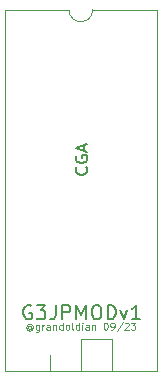
<source format=gbr>
%TF.GenerationSoftware,KiCad,Pcbnew,7.0.6*%
%TF.CreationDate,2023-09-03T23:35:14+01:00*%
%TF.ProjectId,TRSG3JPMod,54525347-334a-4504-9d6f-642e6b696361,rev?*%
%TF.SameCoordinates,Original*%
%TF.FileFunction,Legend,Top*%
%TF.FilePolarity,Positive*%
%FSLAX46Y46*%
G04 Gerber Fmt 4.6, Leading zero omitted, Abs format (unit mm)*
G04 Created by KiCad (PCBNEW 7.0.6) date 2023-09-03 23:35:14*
%MOMM*%
%LPD*%
G01*
G04 APERTURE LIST*
%ADD10C,0.100000*%
%ADD11C,0.200000*%
%ADD12C,0.150000*%
%ADD13C,0.120000*%
G04 APERTURE END LIST*
D10*
X111385713Y-82185657D02*
X111357142Y-82157085D01*
X111357142Y-82157085D02*
X111299999Y-82128514D01*
X111299999Y-82128514D02*
X111242856Y-82128514D01*
X111242856Y-82128514D02*
X111185713Y-82157085D01*
X111185713Y-82157085D02*
X111157142Y-82185657D01*
X111157142Y-82185657D02*
X111128570Y-82242800D01*
X111128570Y-82242800D02*
X111128570Y-82299942D01*
X111128570Y-82299942D02*
X111157142Y-82357085D01*
X111157142Y-82357085D02*
X111185713Y-82385657D01*
X111185713Y-82385657D02*
X111242856Y-82414228D01*
X111242856Y-82414228D02*
X111299999Y-82414228D01*
X111299999Y-82414228D02*
X111357142Y-82385657D01*
X111357142Y-82385657D02*
X111385713Y-82357085D01*
X111385713Y-82128514D02*
X111385713Y-82357085D01*
X111385713Y-82357085D02*
X111414285Y-82385657D01*
X111414285Y-82385657D02*
X111442856Y-82385657D01*
X111442856Y-82385657D02*
X111499999Y-82357085D01*
X111499999Y-82357085D02*
X111528570Y-82299942D01*
X111528570Y-82299942D02*
X111528570Y-82157085D01*
X111528570Y-82157085D02*
X111471428Y-82071371D01*
X111471428Y-82071371D02*
X111385713Y-82014228D01*
X111385713Y-82014228D02*
X111271428Y-81985657D01*
X111271428Y-81985657D02*
X111157142Y-82014228D01*
X111157142Y-82014228D02*
X111071428Y-82071371D01*
X111071428Y-82071371D02*
X111014285Y-82157085D01*
X111014285Y-82157085D02*
X110985713Y-82271371D01*
X110985713Y-82271371D02*
X111014285Y-82385657D01*
X111014285Y-82385657D02*
X111071428Y-82471371D01*
X111071428Y-82471371D02*
X111157142Y-82528514D01*
X111157142Y-82528514D02*
X111271428Y-82557085D01*
X111271428Y-82557085D02*
X111385713Y-82528514D01*
X111385713Y-82528514D02*
X111471428Y-82471371D01*
X112042857Y-82071371D02*
X112042857Y-82557085D01*
X112042857Y-82557085D02*
X112014285Y-82614228D01*
X112014285Y-82614228D02*
X111985714Y-82642800D01*
X111985714Y-82642800D02*
X111928571Y-82671371D01*
X111928571Y-82671371D02*
X111842857Y-82671371D01*
X111842857Y-82671371D02*
X111785714Y-82642800D01*
X112042857Y-82442800D02*
X111985714Y-82471371D01*
X111985714Y-82471371D02*
X111871428Y-82471371D01*
X111871428Y-82471371D02*
X111814285Y-82442800D01*
X111814285Y-82442800D02*
X111785714Y-82414228D01*
X111785714Y-82414228D02*
X111757142Y-82357085D01*
X111757142Y-82357085D02*
X111757142Y-82185657D01*
X111757142Y-82185657D02*
X111785714Y-82128514D01*
X111785714Y-82128514D02*
X111814285Y-82099942D01*
X111814285Y-82099942D02*
X111871428Y-82071371D01*
X111871428Y-82071371D02*
X111985714Y-82071371D01*
X111985714Y-82071371D02*
X112042857Y-82099942D01*
X112328571Y-82471371D02*
X112328571Y-82071371D01*
X112328571Y-82185657D02*
X112357142Y-82128514D01*
X112357142Y-82128514D02*
X112385714Y-82099942D01*
X112385714Y-82099942D02*
X112442856Y-82071371D01*
X112442856Y-82071371D02*
X112499999Y-82071371D01*
X112957143Y-82471371D02*
X112957143Y-82157085D01*
X112957143Y-82157085D02*
X112928571Y-82099942D01*
X112928571Y-82099942D02*
X112871428Y-82071371D01*
X112871428Y-82071371D02*
X112757143Y-82071371D01*
X112757143Y-82071371D02*
X112700000Y-82099942D01*
X112957143Y-82442800D02*
X112900000Y-82471371D01*
X112900000Y-82471371D02*
X112757143Y-82471371D01*
X112757143Y-82471371D02*
X112700000Y-82442800D01*
X112700000Y-82442800D02*
X112671428Y-82385657D01*
X112671428Y-82385657D02*
X112671428Y-82328514D01*
X112671428Y-82328514D02*
X112700000Y-82271371D01*
X112700000Y-82271371D02*
X112757143Y-82242800D01*
X112757143Y-82242800D02*
X112900000Y-82242800D01*
X112900000Y-82242800D02*
X112957143Y-82214228D01*
X113242857Y-82071371D02*
X113242857Y-82471371D01*
X113242857Y-82128514D02*
X113271428Y-82099942D01*
X113271428Y-82099942D02*
X113328571Y-82071371D01*
X113328571Y-82071371D02*
X113414285Y-82071371D01*
X113414285Y-82071371D02*
X113471428Y-82099942D01*
X113471428Y-82099942D02*
X113500000Y-82157085D01*
X113500000Y-82157085D02*
X113500000Y-82471371D01*
X114042857Y-82471371D02*
X114042857Y-81871371D01*
X114042857Y-82442800D02*
X113985714Y-82471371D01*
X113985714Y-82471371D02*
X113871428Y-82471371D01*
X113871428Y-82471371D02*
X113814285Y-82442800D01*
X113814285Y-82442800D02*
X113785714Y-82414228D01*
X113785714Y-82414228D02*
X113757142Y-82357085D01*
X113757142Y-82357085D02*
X113757142Y-82185657D01*
X113757142Y-82185657D02*
X113785714Y-82128514D01*
X113785714Y-82128514D02*
X113814285Y-82099942D01*
X113814285Y-82099942D02*
X113871428Y-82071371D01*
X113871428Y-82071371D02*
X113985714Y-82071371D01*
X113985714Y-82071371D02*
X114042857Y-82099942D01*
X114414285Y-82471371D02*
X114357142Y-82442800D01*
X114357142Y-82442800D02*
X114328571Y-82414228D01*
X114328571Y-82414228D02*
X114299999Y-82357085D01*
X114299999Y-82357085D02*
X114299999Y-82185657D01*
X114299999Y-82185657D02*
X114328571Y-82128514D01*
X114328571Y-82128514D02*
X114357142Y-82099942D01*
X114357142Y-82099942D02*
X114414285Y-82071371D01*
X114414285Y-82071371D02*
X114499999Y-82071371D01*
X114499999Y-82071371D02*
X114557142Y-82099942D01*
X114557142Y-82099942D02*
X114585714Y-82128514D01*
X114585714Y-82128514D02*
X114614285Y-82185657D01*
X114614285Y-82185657D02*
X114614285Y-82357085D01*
X114614285Y-82357085D02*
X114585714Y-82414228D01*
X114585714Y-82414228D02*
X114557142Y-82442800D01*
X114557142Y-82442800D02*
X114499999Y-82471371D01*
X114499999Y-82471371D02*
X114414285Y-82471371D01*
X114957142Y-82471371D02*
X114899999Y-82442800D01*
X114899999Y-82442800D02*
X114871428Y-82385657D01*
X114871428Y-82385657D02*
X114871428Y-81871371D01*
X115442857Y-82471371D02*
X115442857Y-81871371D01*
X115442857Y-82442800D02*
X115385714Y-82471371D01*
X115385714Y-82471371D02*
X115271428Y-82471371D01*
X115271428Y-82471371D02*
X115214285Y-82442800D01*
X115214285Y-82442800D02*
X115185714Y-82414228D01*
X115185714Y-82414228D02*
X115157142Y-82357085D01*
X115157142Y-82357085D02*
X115157142Y-82185657D01*
X115157142Y-82185657D02*
X115185714Y-82128514D01*
X115185714Y-82128514D02*
X115214285Y-82099942D01*
X115214285Y-82099942D02*
X115271428Y-82071371D01*
X115271428Y-82071371D02*
X115385714Y-82071371D01*
X115385714Y-82071371D02*
X115442857Y-82099942D01*
X115728571Y-82471371D02*
X115728571Y-82071371D01*
X115728571Y-81871371D02*
X115699999Y-81899942D01*
X115699999Y-81899942D02*
X115728571Y-81928514D01*
X115728571Y-81928514D02*
X115757142Y-81899942D01*
X115757142Y-81899942D02*
X115728571Y-81871371D01*
X115728571Y-81871371D02*
X115728571Y-81928514D01*
X116271428Y-82471371D02*
X116271428Y-82157085D01*
X116271428Y-82157085D02*
X116242856Y-82099942D01*
X116242856Y-82099942D02*
X116185713Y-82071371D01*
X116185713Y-82071371D02*
X116071428Y-82071371D01*
X116071428Y-82071371D02*
X116014285Y-82099942D01*
X116271428Y-82442800D02*
X116214285Y-82471371D01*
X116214285Y-82471371D02*
X116071428Y-82471371D01*
X116071428Y-82471371D02*
X116014285Y-82442800D01*
X116014285Y-82442800D02*
X115985713Y-82385657D01*
X115985713Y-82385657D02*
X115985713Y-82328514D01*
X115985713Y-82328514D02*
X116014285Y-82271371D01*
X116014285Y-82271371D02*
X116071428Y-82242800D01*
X116071428Y-82242800D02*
X116214285Y-82242800D01*
X116214285Y-82242800D02*
X116271428Y-82214228D01*
X116557142Y-82071371D02*
X116557142Y-82471371D01*
X116557142Y-82128514D02*
X116585713Y-82099942D01*
X116585713Y-82099942D02*
X116642856Y-82071371D01*
X116642856Y-82071371D02*
X116728570Y-82071371D01*
X116728570Y-82071371D02*
X116785713Y-82099942D01*
X116785713Y-82099942D02*
X116814285Y-82157085D01*
X116814285Y-82157085D02*
X116814285Y-82471371D01*
X117671427Y-81871371D02*
X117728570Y-81871371D01*
X117728570Y-81871371D02*
X117785713Y-81899942D01*
X117785713Y-81899942D02*
X117814285Y-81928514D01*
X117814285Y-81928514D02*
X117842856Y-81985657D01*
X117842856Y-81985657D02*
X117871427Y-82099942D01*
X117871427Y-82099942D02*
X117871427Y-82242800D01*
X117871427Y-82242800D02*
X117842856Y-82357085D01*
X117842856Y-82357085D02*
X117814285Y-82414228D01*
X117814285Y-82414228D02*
X117785713Y-82442800D01*
X117785713Y-82442800D02*
X117728570Y-82471371D01*
X117728570Y-82471371D02*
X117671427Y-82471371D01*
X117671427Y-82471371D02*
X117614285Y-82442800D01*
X117614285Y-82442800D02*
X117585713Y-82414228D01*
X117585713Y-82414228D02*
X117557142Y-82357085D01*
X117557142Y-82357085D02*
X117528570Y-82242800D01*
X117528570Y-82242800D02*
X117528570Y-82099942D01*
X117528570Y-82099942D02*
X117557142Y-81985657D01*
X117557142Y-81985657D02*
X117585713Y-81928514D01*
X117585713Y-81928514D02*
X117614285Y-81899942D01*
X117614285Y-81899942D02*
X117671427Y-81871371D01*
X118157142Y-82471371D02*
X118271428Y-82471371D01*
X118271428Y-82471371D02*
X118328571Y-82442800D01*
X118328571Y-82442800D02*
X118357142Y-82414228D01*
X118357142Y-82414228D02*
X118414285Y-82328514D01*
X118414285Y-82328514D02*
X118442856Y-82214228D01*
X118442856Y-82214228D02*
X118442856Y-81985657D01*
X118442856Y-81985657D02*
X118414285Y-81928514D01*
X118414285Y-81928514D02*
X118385714Y-81899942D01*
X118385714Y-81899942D02*
X118328571Y-81871371D01*
X118328571Y-81871371D02*
X118214285Y-81871371D01*
X118214285Y-81871371D02*
X118157142Y-81899942D01*
X118157142Y-81899942D02*
X118128571Y-81928514D01*
X118128571Y-81928514D02*
X118099999Y-81985657D01*
X118099999Y-81985657D02*
X118099999Y-82128514D01*
X118099999Y-82128514D02*
X118128571Y-82185657D01*
X118128571Y-82185657D02*
X118157142Y-82214228D01*
X118157142Y-82214228D02*
X118214285Y-82242800D01*
X118214285Y-82242800D02*
X118328571Y-82242800D01*
X118328571Y-82242800D02*
X118385714Y-82214228D01*
X118385714Y-82214228D02*
X118414285Y-82185657D01*
X118414285Y-82185657D02*
X118442856Y-82128514D01*
X119128571Y-81842800D02*
X118614285Y-82614228D01*
X119299999Y-81928514D02*
X119328571Y-81899942D01*
X119328571Y-81899942D02*
X119385714Y-81871371D01*
X119385714Y-81871371D02*
X119528571Y-81871371D01*
X119528571Y-81871371D02*
X119585714Y-81899942D01*
X119585714Y-81899942D02*
X119614285Y-81928514D01*
X119614285Y-81928514D02*
X119642856Y-81985657D01*
X119642856Y-81985657D02*
X119642856Y-82042800D01*
X119642856Y-82042800D02*
X119614285Y-82128514D01*
X119614285Y-82128514D02*
X119271428Y-82471371D01*
X119271428Y-82471371D02*
X119642856Y-82471371D01*
X119842857Y-81871371D02*
X120214285Y-81871371D01*
X120214285Y-81871371D02*
X120014285Y-82099942D01*
X120014285Y-82099942D02*
X120100000Y-82099942D01*
X120100000Y-82099942D02*
X120157143Y-82128514D01*
X120157143Y-82128514D02*
X120185714Y-82157085D01*
X120185714Y-82157085D02*
X120214285Y-82214228D01*
X120214285Y-82214228D02*
X120214285Y-82357085D01*
X120214285Y-82357085D02*
X120185714Y-82414228D01*
X120185714Y-82414228D02*
X120157143Y-82442800D01*
X120157143Y-82442800D02*
X120100000Y-82471371D01*
X120100000Y-82471371D02*
X119928571Y-82471371D01*
X119928571Y-82471371D02*
X119871428Y-82442800D01*
X119871428Y-82442800D02*
X119842857Y-82414228D01*
D11*
X111395863Y-80449885D02*
X111281578Y-80392742D01*
X111281578Y-80392742D02*
X111110149Y-80392742D01*
X111110149Y-80392742D02*
X110938720Y-80449885D01*
X110938720Y-80449885D02*
X110824435Y-80564171D01*
X110824435Y-80564171D02*
X110767292Y-80678457D01*
X110767292Y-80678457D02*
X110710149Y-80907028D01*
X110710149Y-80907028D02*
X110710149Y-81078457D01*
X110710149Y-81078457D02*
X110767292Y-81307028D01*
X110767292Y-81307028D02*
X110824435Y-81421314D01*
X110824435Y-81421314D02*
X110938720Y-81535600D01*
X110938720Y-81535600D02*
X111110149Y-81592742D01*
X111110149Y-81592742D02*
X111224435Y-81592742D01*
X111224435Y-81592742D02*
X111395863Y-81535600D01*
X111395863Y-81535600D02*
X111453006Y-81478457D01*
X111453006Y-81478457D02*
X111453006Y-81078457D01*
X111453006Y-81078457D02*
X111224435Y-81078457D01*
X111853006Y-80392742D02*
X112595863Y-80392742D01*
X112595863Y-80392742D02*
X112195863Y-80849885D01*
X112195863Y-80849885D02*
X112367292Y-80849885D01*
X112367292Y-80849885D02*
X112481578Y-80907028D01*
X112481578Y-80907028D02*
X112538720Y-80964171D01*
X112538720Y-80964171D02*
X112595863Y-81078457D01*
X112595863Y-81078457D02*
X112595863Y-81364171D01*
X112595863Y-81364171D02*
X112538720Y-81478457D01*
X112538720Y-81478457D02*
X112481578Y-81535600D01*
X112481578Y-81535600D02*
X112367292Y-81592742D01*
X112367292Y-81592742D02*
X112024435Y-81592742D01*
X112024435Y-81592742D02*
X111910149Y-81535600D01*
X111910149Y-81535600D02*
X111853006Y-81478457D01*
X113453006Y-80392742D02*
X113453006Y-81249885D01*
X113453006Y-81249885D02*
X113395863Y-81421314D01*
X113395863Y-81421314D02*
X113281577Y-81535600D01*
X113281577Y-81535600D02*
X113110149Y-81592742D01*
X113110149Y-81592742D02*
X112995863Y-81592742D01*
X114024435Y-81592742D02*
X114024435Y-80392742D01*
X114024435Y-80392742D02*
X114481578Y-80392742D01*
X114481578Y-80392742D02*
X114595863Y-80449885D01*
X114595863Y-80449885D02*
X114653006Y-80507028D01*
X114653006Y-80507028D02*
X114710149Y-80621314D01*
X114710149Y-80621314D02*
X114710149Y-80792742D01*
X114710149Y-80792742D02*
X114653006Y-80907028D01*
X114653006Y-80907028D02*
X114595863Y-80964171D01*
X114595863Y-80964171D02*
X114481578Y-81021314D01*
X114481578Y-81021314D02*
X114024435Y-81021314D01*
X115224435Y-81592742D02*
X115224435Y-80392742D01*
X115224435Y-80392742D02*
X115624435Y-81249885D01*
X115624435Y-81249885D02*
X116024435Y-80392742D01*
X116024435Y-80392742D02*
X116024435Y-81592742D01*
X116824435Y-80392742D02*
X117053007Y-80392742D01*
X117053007Y-80392742D02*
X117167292Y-80449885D01*
X117167292Y-80449885D02*
X117281578Y-80564171D01*
X117281578Y-80564171D02*
X117338721Y-80792742D01*
X117338721Y-80792742D02*
X117338721Y-81192742D01*
X117338721Y-81192742D02*
X117281578Y-81421314D01*
X117281578Y-81421314D02*
X117167292Y-81535600D01*
X117167292Y-81535600D02*
X117053007Y-81592742D01*
X117053007Y-81592742D02*
X116824435Y-81592742D01*
X116824435Y-81592742D02*
X116710150Y-81535600D01*
X116710150Y-81535600D02*
X116595864Y-81421314D01*
X116595864Y-81421314D02*
X116538721Y-81192742D01*
X116538721Y-81192742D02*
X116538721Y-80792742D01*
X116538721Y-80792742D02*
X116595864Y-80564171D01*
X116595864Y-80564171D02*
X116710150Y-80449885D01*
X116710150Y-80449885D02*
X116824435Y-80392742D01*
X117853007Y-81592742D02*
X117853007Y-80392742D01*
X117853007Y-80392742D02*
X118138721Y-80392742D01*
X118138721Y-80392742D02*
X118310150Y-80449885D01*
X118310150Y-80449885D02*
X118424435Y-80564171D01*
X118424435Y-80564171D02*
X118481578Y-80678457D01*
X118481578Y-80678457D02*
X118538721Y-80907028D01*
X118538721Y-80907028D02*
X118538721Y-81078457D01*
X118538721Y-81078457D02*
X118481578Y-81307028D01*
X118481578Y-81307028D02*
X118424435Y-81421314D01*
X118424435Y-81421314D02*
X118310150Y-81535600D01*
X118310150Y-81535600D02*
X118138721Y-81592742D01*
X118138721Y-81592742D02*
X117853007Y-81592742D01*
X118938721Y-80792742D02*
X119224435Y-81592742D01*
X119224435Y-81592742D02*
X119510150Y-80792742D01*
X120595864Y-81592742D02*
X119910150Y-81592742D01*
X120253007Y-81592742D02*
X120253007Y-80392742D01*
X120253007Y-80392742D02*
X120138721Y-80564171D01*
X120138721Y-80564171D02*
X120024436Y-80678457D01*
X120024436Y-80678457D02*
X119910150Y-80735600D01*
D12*
X116059580Y-68724047D02*
X116107200Y-68771666D01*
X116107200Y-68771666D02*
X116154819Y-68914523D01*
X116154819Y-68914523D02*
X116154819Y-69009761D01*
X116154819Y-69009761D02*
X116107200Y-69152618D01*
X116107200Y-69152618D02*
X116011961Y-69247856D01*
X116011961Y-69247856D02*
X115916723Y-69295475D01*
X115916723Y-69295475D02*
X115726247Y-69343094D01*
X115726247Y-69343094D02*
X115583390Y-69343094D01*
X115583390Y-69343094D02*
X115392914Y-69295475D01*
X115392914Y-69295475D02*
X115297676Y-69247856D01*
X115297676Y-69247856D02*
X115202438Y-69152618D01*
X115202438Y-69152618D02*
X115154819Y-69009761D01*
X115154819Y-69009761D02*
X115154819Y-68914523D01*
X115154819Y-68914523D02*
X115202438Y-68771666D01*
X115202438Y-68771666D02*
X115250057Y-68724047D01*
X115202438Y-67771666D02*
X115154819Y-67866904D01*
X115154819Y-67866904D02*
X115154819Y-68009761D01*
X115154819Y-68009761D02*
X115202438Y-68152618D01*
X115202438Y-68152618D02*
X115297676Y-68247856D01*
X115297676Y-68247856D02*
X115392914Y-68295475D01*
X115392914Y-68295475D02*
X115583390Y-68343094D01*
X115583390Y-68343094D02*
X115726247Y-68343094D01*
X115726247Y-68343094D02*
X115916723Y-68295475D01*
X115916723Y-68295475D02*
X116011961Y-68247856D01*
X116011961Y-68247856D02*
X116107200Y-68152618D01*
X116107200Y-68152618D02*
X116154819Y-68009761D01*
X116154819Y-68009761D02*
X116154819Y-67914523D01*
X116154819Y-67914523D02*
X116107200Y-67771666D01*
X116107200Y-67771666D02*
X116059580Y-67724047D01*
X116059580Y-67724047D02*
X115726247Y-67724047D01*
X115726247Y-67724047D02*
X115726247Y-67914523D01*
X115869104Y-67343094D02*
X115869104Y-66866904D01*
X116154819Y-67438332D02*
X115154819Y-67104999D01*
X115154819Y-67104999D02*
X116154819Y-66771666D01*
D13*
%TO.C,J2*%
X112995000Y-85955000D02*
X112995000Y-84625000D01*
X114325000Y-85955000D02*
X112995000Y-85955000D01*
X115595000Y-85955000D02*
X118195000Y-85955000D01*
X115595000Y-85955000D02*
X115595000Y-83295000D01*
X118195000Y-85955000D02*
X118195000Y-83295000D01*
X115595000Y-83295000D02*
X118195000Y-83295000D01*
%TO.C,U1*%
X109135000Y-55395000D02*
X109135000Y-85995000D01*
X109135000Y-85995000D02*
X122055000Y-85995000D01*
X114595000Y-55395000D02*
X109135000Y-55395000D01*
X122055000Y-55395000D02*
X116595000Y-55395000D01*
X122055000Y-85995000D02*
X122055000Y-55395000D01*
X114595000Y-55395000D02*
G75*
G03*
X116595000Y-55395000I1000000J0D01*
G01*
%TD*%
M02*

</source>
